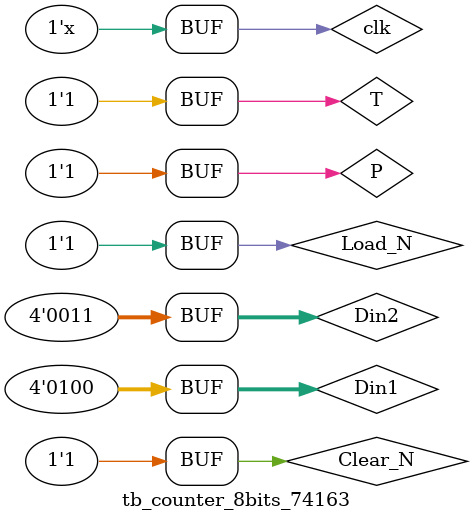
<source format=v>
module tb_counter_8bits_74163;

reg clk;
reg Load_N;
reg Clear_N;
reg P;
reg T;
reg [3:0] Din1;
reg [3:0] Din2;
wire [3:0] Qout1;
wire [3:0] Qout2;
wire [1:0] Carry;

counter_8bits_74163 t_counter_8bits_74163
(
	.clk(clk),
	.Load_N(Load_N),
	.Clear_N(Clear_N),
	.P(P),
	.T(T),
	.Din1(Din1),
	.Din2(Din2),
	.Qout1(Qout1),
	.Qout2(Qout2),
	.Carry(Carry)
);

initial
begin
	Clear_N = 1'b1;
	Load_N = 1'b1;
	clk = 1'b1;
	P = 1'b0;
	T = 1'b0;
	Din1 = 4'd4;  
	Din2 = 4'd3;
end


always
begin
	#3 clk = ~clk;
end

initial
begin
	#6 Clear_N = 1'b1; Load_N = 1'b0; 
		P = 1'b0; T = 1'b0;
	#6 Clear_N = 1'b1; Load_N = 1'b1;
		P = 1'b1; T = 1'b0;
	#6 Clear_N = 1'b1; Load_N = 1'b1;
		P = 1'b0; T = 1'b1;
	#6 Clear_N = 1'b1; Load_N = 1'b1;
		P = 1'b1; T = 1'b1;
		
	#24 Clear_N = 1'b0; Load_N = 1'b1;
		P = 1'b1; T = 1'b1;
	#6 Clear_N = 1'b0; Load_N = 1'b1;
		P = 1'b0; T = 1'b1;	
	#6 Clear_N = 1'b0; Load_N = 1'b1;
		P = 1'b1; T = 1'b0;	
	#6 Clear_N = 1'b0; Load_N = 1'b1;
		P = 1'b0; T = 1'b0;	
	#6 Clear_N = 1'b1; Load_N = 1'b1;
		P = 1'b1; T = 1'b1;	
	
	#24 Clear_N = 1'b1; Load_N = 1'b0;
		P = 1'b1; T = 1'b1;
	#6 Clear_N = 1'b1; Load_N = 1'b0;
		P = 1'b0; T = 1'b1;	
	#6 Clear_N = 1'b1; Load_N = 1'b0;
		P = 1'b1; T = 1'b0;	
	#6 Clear_N = 1'b1; Load_N = 1'b0;
		P = 1'b0; T = 1'b0;	
	#6 Clear_N = 1'b1; Load_N = 1'b1;
		P = 1'b1; T = 1'b1;	
		
	#24 Clear_N = 1'b0; Load_N = 1'b0;
		P = 1'b1; T = 1'b1;
	#6 Clear_N = 1'b0; Load_N = 1'b0;
		P = 1'b0; T = 1'b1;	
	#6 Clear_N = 1'b0; Load_N = 1'b0;
		P = 1'b1; T = 1'b0;	
	#6 Clear_N = 1'b0; Load_N = 1'b0;
		P = 1'b0; T = 1'b0;	
	#6 Clear_N = 1'b1; Load_N = 1'b1;
		P = 1'b1; T = 1'b1;		
end

endmodule

</source>
